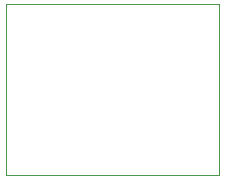
<source format=gbr>
%TF.GenerationSoftware,KiCad,Pcbnew,8.0.6*%
%TF.CreationDate,2024-10-24T14:04:09-05:00*%
%TF.ProjectId,FanPWMtoRotorLock,46616e50-574d-4746-9f52-6f746f724c6f,rev?*%
%TF.SameCoordinates,Original*%
%TF.FileFunction,Profile,NP*%
%FSLAX46Y46*%
G04 Gerber Fmt 4.6, Leading zero omitted, Abs format (unit mm)*
G04 Created by KiCad (PCBNEW 8.0.6) date 2024-10-24 14:04:09*
%MOMM*%
%LPD*%
G01*
G04 APERTURE LIST*
%TA.AperFunction,Profile*%
%ADD10C,0.050000*%
%TD*%
G04 APERTURE END LIST*
D10*
X116000000Y-76000000D02*
X134100000Y-76000000D01*
X134100000Y-90500000D01*
X116000000Y-90500000D01*
X116000000Y-76000000D01*
M02*

</source>
